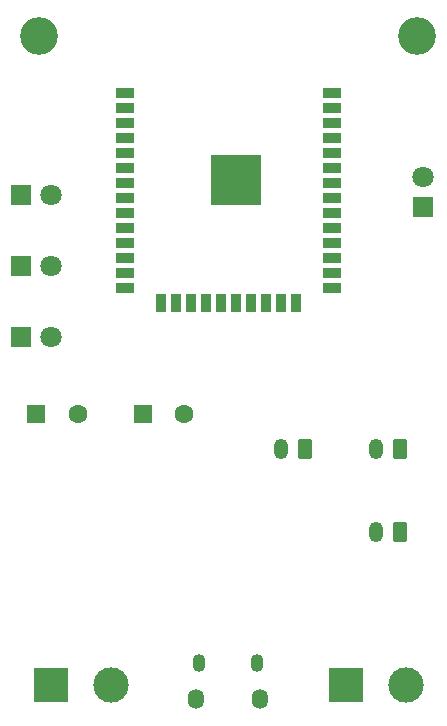
<source format=gbr>
%TF.GenerationSoftware,KiCad,Pcbnew,7.0.6*%
%TF.CreationDate,2025-04-22T02:23:43+09:00*%
%TF.ProjectId,Moving_V4_ESP,4d6f7669-6e67-45f5-9634-5f4553502e6b,rev?*%
%TF.SameCoordinates,Original*%
%TF.FileFunction,Soldermask,Bot*%
%TF.FilePolarity,Negative*%
%FSLAX46Y46*%
G04 Gerber Fmt 4.6, Leading zero omitted, Abs format (unit mm)*
G04 Created by KiCad (PCBNEW 7.0.6) date 2025-04-22 02:23:43*
%MOMM*%
%LPD*%
G01*
G04 APERTURE LIST*
G04 Aperture macros list*
%AMRoundRect*
0 Rectangle with rounded corners*
0 $1 Rounding radius*
0 $2 $3 $4 $5 $6 $7 $8 $9 X,Y pos of 4 corners*
0 Add a 4 corners polygon primitive as box body*
4,1,4,$2,$3,$4,$5,$6,$7,$8,$9,$2,$3,0*
0 Add four circle primitives for the rounded corners*
1,1,$1+$1,$2,$3*
1,1,$1+$1,$4,$5*
1,1,$1+$1,$6,$7*
1,1,$1+$1,$8,$9*
0 Add four rect primitives between the rounded corners*
20,1,$1+$1,$2,$3,$4,$5,0*
20,1,$1+$1,$4,$5,$6,$7,0*
20,1,$1+$1,$6,$7,$8,$9,0*
20,1,$1+$1,$8,$9,$2,$3,0*%
G04 Aperture macros list end*
%ADD10C,3.200000*%
%ADD11O,1.350000X1.700000*%
%ADD12O,1.100000X1.500000*%
%ADD13R,1.600000X1.600000*%
%ADD14C,1.600000*%
%ADD15R,1.800000X1.800000*%
%ADD16C,1.800000*%
%ADD17RoundRect,0.250000X0.350000X0.625000X-0.350000X0.625000X-0.350000X-0.625000X0.350000X-0.625000X0*%
%ADD18O,1.200000X1.750000*%
%ADD19R,1.500000X0.900000*%
%ADD20R,0.900000X1.500000*%
%ADD21C,0.600000*%
%ADD22R,4.200000X4.200000*%
%ADD23R,3.000000X3.000000*%
%ADD24C,3.000000*%
G04 APERTURE END LIST*
D10*
%TO.C,REF\u002A\u002A*%
X103000000Y-103000000D03*
%TD*%
D11*
%TO.C,J4*%
X116245000Y-159115000D03*
D12*
X116555000Y-156115000D03*
X121395000Y-156115000D03*
D11*
X121705000Y-159115000D03*
%TD*%
D10*
%TO.C,REF\u002A\u002A*%
X135000000Y-103000000D03*
%TD*%
D13*
%TO.C,C5*%
X111750000Y-135000000D03*
D14*
X115250000Y-135000000D03*
%TD*%
D15*
%TO.C,D2*%
X101475000Y-128500000D03*
D16*
X104015000Y-128500000D03*
%TD*%
D13*
%TO.C,C6*%
X102750000Y-135000000D03*
D14*
X106250000Y-135000000D03*
%TD*%
D17*
%TO.C,J1*%
X133500000Y-145000000D03*
D18*
X131500000Y-145000000D03*
%TD*%
D19*
%TO.C,U3*%
X127750000Y-107865000D03*
X127750000Y-109135000D03*
X127750000Y-110405000D03*
X127750000Y-111675000D03*
X127750000Y-112945000D03*
X127750000Y-114215000D03*
X127750000Y-115485000D03*
X127750000Y-116755000D03*
X127750000Y-118025000D03*
X127750000Y-119295000D03*
X127750000Y-120565000D03*
X127750000Y-121835000D03*
X127750000Y-123105000D03*
X127750000Y-124375000D03*
D20*
X124710000Y-125625000D03*
X123440000Y-125625000D03*
X122170000Y-125625000D03*
X120900000Y-125625000D03*
X119630000Y-125625000D03*
X118360000Y-125625000D03*
X117090000Y-125625000D03*
X115820000Y-125625000D03*
X114550000Y-125625000D03*
X113280000Y-125625000D03*
D19*
X110250000Y-124375000D03*
X110250000Y-123105000D03*
X110250000Y-121835000D03*
X110250000Y-120565000D03*
X110250000Y-119295000D03*
X110250000Y-118025000D03*
X110250000Y-116755000D03*
X110250000Y-115485000D03*
X110250000Y-114215000D03*
X110250000Y-112945000D03*
X110250000Y-111675000D03*
X110250000Y-110405000D03*
X110250000Y-109135000D03*
X110250000Y-107865000D03*
D21*
X121205000Y-115967500D03*
X121205000Y-114442500D03*
X120442500Y-116730000D03*
X120442500Y-115205000D03*
X120442500Y-113680000D03*
X119680000Y-115967500D03*
D22*
X119680000Y-115205000D03*
D21*
X119680000Y-114442500D03*
X118917500Y-116730000D03*
X118917500Y-115205000D03*
X118917500Y-113680000D03*
X118155000Y-115967500D03*
X118155000Y-114442500D03*
%TD*%
D17*
%TO.C,J2*%
X133500000Y-138000000D03*
D18*
X131500000Y-138000000D03*
%TD*%
D15*
%TO.C,D4*%
X101475000Y-116500000D03*
D16*
X104015000Y-116500000D03*
%TD*%
D15*
%TO.C,D1*%
X135500000Y-117500000D03*
D16*
X135500000Y-114960000D03*
%TD*%
D23*
%TO.C,J6*%
X129000000Y-158000000D03*
D24*
X134080000Y-158000000D03*
%TD*%
D15*
%TO.C,D3*%
X101475000Y-122500000D03*
D16*
X104015000Y-122500000D03*
%TD*%
D17*
%TO.C,J3*%
X125500000Y-138000000D03*
D18*
X123500000Y-138000000D03*
%TD*%
D23*
%TO.C,J5*%
X104000000Y-158000000D03*
D24*
X109080000Y-158000000D03*
%TD*%
M02*

</source>
